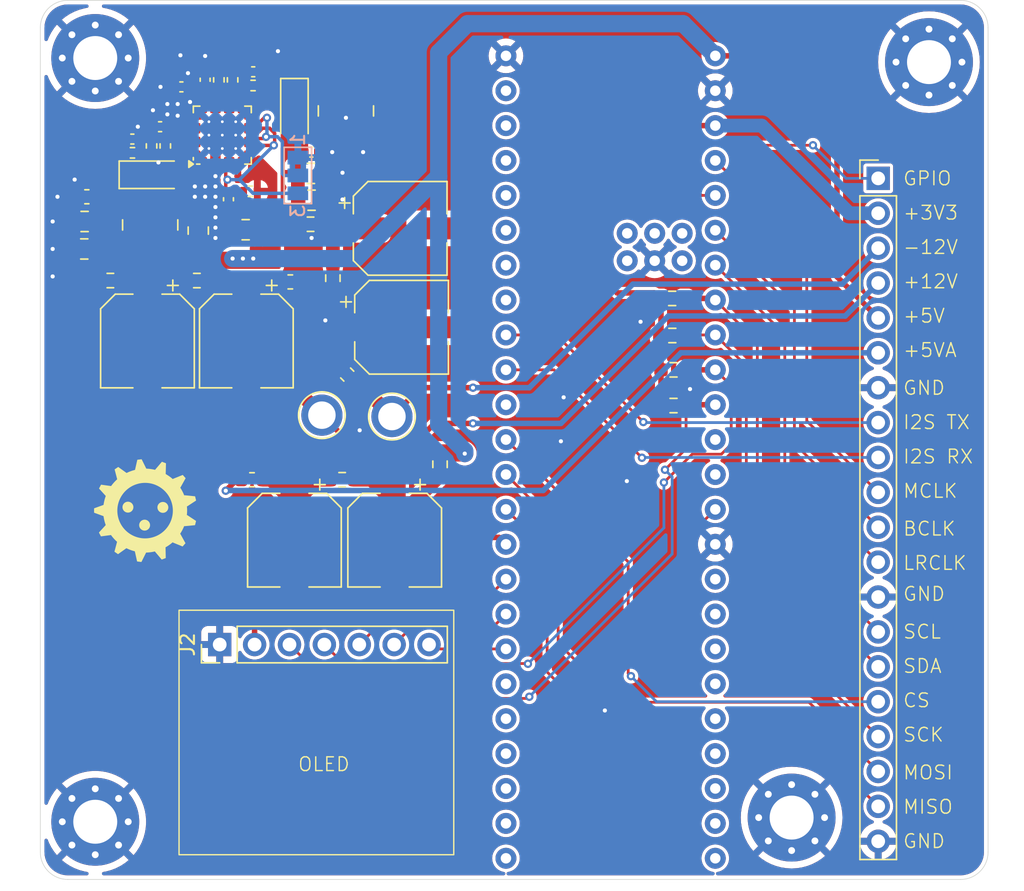
<source format=kicad_pcb>
(kicad_pcb (version 20240108) (generator "pcbnew") (generator_version "8.0")
  (layers (0 "F.Cu" signal) (1 "In1.Cu" signal) (2 "In2.Cu" signal) (31 "B.Cu" signal) (34 "B.Paste" user) (35 "F.Paste" user) (36 "B.SilkS" user "B.Silkscreen") (37 "F.SilkS" user "F.Silkscreen") (38 "B.Mask" user) (39 "F.Mask" user) (44 "Edge.Cuts" user))
  (net 0 "")
  (net 1 "+5V")
  (net 2 "GND")
  (net 3 "+12V")
  (net 4 "/FBP")
  (net 5 "/VREF")
  (net 6 "/REG_VIN")
  (net 7 "-12V")
  (net 8 "/FBN")
  (net 9 "Net-(U1-CP)")
  (net 10 "Net-(U1-CN)")
  (net 11 "/INP")
  (net 12 "/OUTN")
  (net 13 "/SCL")
  (net 14 "+3V3")
  (net 15 "/SDA")
  (net 16 "/SCL1")
  (net 17 "/SDA1")
  (net 23 "/I2S1_BCLK")
  (net 24 "/I2S1_TX1")
  (net 25 "/I2S2_RX")
  (net 26 "/I2S1_RX2")
  (net 29 "/CS")
  (net 30 "/MISO")
  (net 35 "/MOSI")
  (net 36 "/I2S1_MCLK")
  (net 45 "/I2S1_TX2")
  (net 50 "/SCK")
  (net 51 "/I2S1_RX1")
  (net 59 "/I2S1_LRCLK")
  (net 60 "Net-(JP1-C)")
  (net 61 "Net-(C2-Pad1)")
  (net 62 "Net-(C8-Pad1)")
  (net 63 "Net-(D1-K)")
  (net 64 "Net-(C23-Pad1)")
  (net 65 "Net-(C24-Pad1)")
  (net 66 "/VNEG")
  (net 67 "Net-(C20-Pad1)")
  (net 68 "Net-(C22-Pad1)")
  (net 69 "Net-(C15-Pad1)")
  (net 70 "Net-(C16-Pad1)")
  (net 71 "+5VA")
  (net 72 "/GPIO")
  (net 73 "/OLED_CS")
  (net 74 "/RESET")
  (net 75 "/DC")
  (footprint "MountingHole:MountingHole_3.2mm_M3_Pad_Via" (layer "F.Cu") (at 86 69.4)
    (property "Reference" "H1" (hide yes))
    (property "Value" "MountingHole_Pad")
  )
  (footprint "Capacitor_SMD:CP_Elec_6.3x7.7" (layer "F.Cu") (at 97 90 -90)
    (property "Reference" "C24" (hide yes))
    (property "Value" "120uF")
  )
  (footprint "Capacitor_SMD:C_0402_1005Metric" (layer "F.Cu") (at 92.27 71.5 180)
    (property "Reference" "C12" (hide yes))
    (property "Value" "4.7nF")
  )
  (footprint "Package_DFN_QFN:VQFN-24-1EP_4x4mm_P0.5mm_EP2.45x2.45mm_ThermalVias" (layer "F.Cu") (at 95.25 75.0125 90)
    (property "Reference" "U1" (hide yes))
    (property "Value" "TPS65130RGE")
  )
  (footprint "Capacitor_SMD:C_0402_1005Metric" (layer "F.Cu") (at 88.7 75.3)
    (property "Reference" "C2" (hide yes))
    (property "Value" "22pF")
  )
  (footprint "Capacitor_SMD:C_0402_1005Metric" (layer "F.Cu") (at 90.72 74.4 180)
    (property "Reference" "C11" (hide yes))
    (property "Value" "10nF")
  )
  (footprint "Resistor_SMD:R_0603_1608Metric" (layer "F.Cu") (at 93.4 85.6)
    (property "Reference" "R13" (hide yes))
    (property "Value" "3.4")
  )
  (footprint "Capacitor_SMD:CP_Elec_6.3x7.7" (layer "F.Cu") (at 108.3 89)
    (property "Reference" "C22" (hide yes))
    (property "Value" "120uF")
  )
  (footprint "Resistor_SMD:R_0402_1005Metric" (layer "F.Cu") (at 95 70.99 90)
    (property "Reference" "R3" (hide yes))
    (property "Value" "100k")
  )
  (footprint "Connector_PinHeader_2.54mm:PinHeader_1x07_P2.54mm_Vertical" (layer "F.Cu") (at 95.06 112.1 90)
    (property "Reference" "J2")
    (property "Value" "OLED")
  )
  (footprint "Resistor_SMD:R_0603_1608Metric_Pad0.98x0.95mm_HandSolder" (layer "F.Cu") (at 128.1 94.7)
    (property "Reference" "R8" (hide yes))
    (property "Value" "1k")
  )
  (footprint "Capacitor_SMD:C_0402_1005Metric" (layer "F.Cu") (at 101.73 76.25)
    (property "Reference" "C10" (hide yes))
    (property "Value" "0.1uF")
  )
  (footprint "Capacitor_SMD:C_0402_1005Metric" (layer "F.Cu") (at 97.5 70.4 180)
    (property "Reference" "C8" (hide yes))
    (property "Value" "7.5pF")
  )
  (footprint "Capacitor_SMD:CP_Elec_6.3x7.7" (layer "F.Cu") (at 107.8 104.5 -90)
    (property "Reference" "C15" (hide yes))
    (property "Value" "120uF")
  )
  (footprint "Capacitor_SMD:C_0805_2012Metric" (layer "F.Cu") (at 101.7 77.8)
    (property "Reference" "C9" (hide yes))
    (property "Value" "4.7uF")
  )
  (footprint "Capacitor_SMD:C_0805_2012Metric_Pad1.18x1.45mm_HandSolder" (layer "F.Cu") (at 85.224999 81.3 180)
    (property "Reference" "C4" (hide yes))
    (property "Value" "4.7uF")
  )
  (footprint "TestPoint:TestPoint_Plated_Hole_D2.0mm" (layer "F.Cu") (at 102.5 95.4)
    (property "Reference" "TP1" (hide yes))
    (property "Value" "+12V")
  )
  (footprint "Capacitor_SMD:C_0402_1005Metric" (layer "F.Cu") (at 94 70.98 90)
    (property "Reference" "C5" (hide yes))
    (property "Value" "220nF")
  )
  (footprint "Resistor_SMD:R_0603_1608Metric" (layer "F.Cu") (at 103.3 85.425 -90)
    (property "Reference" "R15" (hide yes))
    (property "Value" "3.4")
  )
  (footprint "Resistor_SMD:R_0402_1005Metric" (layer "F.Cu") (at 96 70.99 90)
    (property "Reference" "R5" (hide yes))
    (property "Value" "1M")
  )
  (footprint "Resistor_SMD:R_0402_1005Metric" (layer "F.Cu") (at 97.290001 79.1 180)
    (property "Reference" "R4" (hide yes))
    (property "Value" "100")
  )
  (footprint "Capacitor_SMD:C_0805_2012Metric" (layer "F.Cu") (at 101.75 79.75)
    (property "Reference" "C21" (hide yes))
    (property "Value" "4.7uF")
  )
  (footprint "Resistor_SMD:R_0603_1608Metric" (layer "F.Cu") (at 101.675 81.5)
    (property "Reference" "R14" (hide yes))
    (property "Value" "3.4")
  )
  (footprint "Diode_SMD:D_SOD-123" (layer "F.Cu") (at 90.1 77.9)
    (property "Reference" "D1" (hide yes))
    (property "Value" "B5819W SL")
  )
  (footprint "Resistor_SMD:R_0402_1005Metric" (layer "F.Cu") (at 88.709999 76.3 180)
    (property "Reference" "R11" (hide yes))
    (property "Value" "10k")
  )
  (footprint "Resistor_SMD:R_0603_1608Metric" (layer "F.Cu") (at 103.975 100.1 180)
    (property "Reference" "R17" (hide yes))
    (property "Value" "3.4")
  )
  (footprint "Capacitor_SMD:CP_Elec_6.3x7.7" (layer "F.Cu") (at 89.8 90 -90)
    (property "Reference" "C23" (hide yes))
    (property "Value" "120uF")
  )
  (footprint "Resistor_SMD:R_0603_1608Metric" (layer "F.Cu") (at 87.1 85.6)
    (property "Reference" "R12" (hide yes))
    (property "Value" "3.4")
  )
  (footprint "Inductor_SMD:L_0603_1608Metric" (layer "F.Cu") (at 97.412499 100.1 180)
    (property "Reference" "L5" (hide yes))
    (property "Value" "600@100Mhz")
  )
  (footprint "Capacitor_SMD:CP_Elec_6.3x7.7" (layer "F.Cu") (at 100.5 104.5 -90)
    (property "Reference" "C16" (hide yes))
    (property "Value" "120uF")
  )
  (footprint "Capacitor_SMD:CP_Elec_6.3x7.7" (layer "F.Cu") (at 108.2 81.8)
    (property "Reference" "C20" (hide yes))
    (property "Value" "120uF")
  )
  (footprint "Inductor_SMD:L_0603_1608Metric" (layer "F.Cu") (at 104.343153 92.443153 -45)
    (property "Reference" "L4" (hide yes))
    (property "Value" "600@100Mhz")
  )
  (footprint "Resistor_SMD:R_0603_1608Metric_Pad0.98x0.95mm_HandSolder" (layer "F.Cu") (at 128.0125 89.6)
    (property "Reference" "R7" (hide yes))
    (property "Value" "1k")
  )
  (footprint "Library:Teensy41" (layer "F.Cu") (at 123.52 76.86)
    (property "Reference" "U2" (hide yes))
    (property "Value" "~")
  )
  (footprint "MountingHole:MountingHole_3.2mm_M3_Pad_Via" (layer "F.Cu") (at 86 125)
    (property "Reference" "H2" (hide yes))
    (property "Value" "MountingHole_Pad")
  )
  (footprint "MountingHole:MountingHole_3.2mm_M3_Pad_Via" (layer "F.Cu") (at 136.697056 124.697056)
    (property "Reference" "H3" (hide yes))
    (property "Value" "MountingHole_Pad")
  )
  (footprint "Resistor_SMD:R_0402_1005Metric" (layer "F.Cu") (at 90.1 75.8 -90)
    (property "Reference" "R1" (hide yes))
    (property "Value" "240k")
  )
  (footprint "Resistor_SMD:R_0402_1005Metric" (layer "F.Cu") (at 91.1 75.8 90)
    (property "Reference" "R2" (hide yes))
    (property "Value" "27k")
  )
  (footprint "Inductor_SMD:L_Wuerth_WE-TPC-3816" (layer "F.Cu") (at 104.25 73.25 180)
    (property "Reference" "L2" (hide yes))
    (property "Value" "4.7uH")
  )
  (footprint "Resistor_SMD:R_0603_1608Metric" (layer "F.Cu") (at 111.1 98.975 -90)
    (property "Reference" "R16" (hide yes))
    (property "Value" "3.4")
  )
  (footprint "Resistor_SMD:R_0402_1005Metric" (layer "F.Cu") (at 97.49 71.4 180)
    (property "Reference" "R10" (hide yes))
    (property "Value" "10k")
  )
  (footprint "TestPoint:TestPoint_Plated_Hole_D2.0mm" (layer "F.Cu") (at 107.6 95.5)
    (property "Reference" "TP2" (hide yes))
    (property "Value" "-12V")
  )
  (footprint "Capacitor_SMD:C_0805_2012Metric" (layer "F.Cu") (at 96.950001 81.9 180)
    (property "Reference" "C6" (hide yes))
    (property "Value" "10uF")
  )
  (footprint "Capacitor_SMD:C_0603_1608Metric_Pad1.08x0.95mm_HandSolder" (layer "F.Cu") (at 85.387499 79.5 180)
    (property "Reference" "C3" (hide yes))
    (property "Value" "0.1uF")
  )
  (footprint "Resistor_SMD:R_0603_1608Metric_Pad0.98x0.95mm_HandSolder" (layer "F.Cu") (at 128 86.9)
    (property "Reference" "R6" (hide yes))
    (property "Value" "1k")
  )
  (footprint "Inductor_SMD:L_Wuerth_WE-TPC-3816" (layer "F.Cu") (at 90 81.55)
    (property "Reference" "L1" (hide yes))
    (property "Value" "4.7uH")
  )
  (footprint "Inductor_SMD:L_0603_1608Metric" (layer "F.Cu") (at 100.2 85.7)
    (property "Reference" "L3" (hide yes))
    (property "Value" "600@100Mhz")
  )
  (footprint "Connector_PinHeader_2.54mm:PinHeader_1x20_P2.54mm_Vertical" (layer "F.Cu") (at 143 78.16)
    (property "Reference" "J1" (hide yes))
    (property "Value" "Conn_01x20")
  )
  (footprint "MountingHole:MountingHole_3.2mm_M3_Pad_Via" (layer "F.Cu") (at 146.697056 69.697056)
    (property "Reference" "H4" (hide yes))
    (property "Value" "MountingHole_Pad")
  )
  (footprint "Capacitor_SMD:C_0402_1005Metric" (layer "F.Cu") (at 95.7 79.68 -90)
    (property "Reference" "C7" (hide yes))
    (property "Value" "0.1uF")
  )
  (footprint "Capacitor_SMD:C_0805_2012Metric_Pad1.18x1.45mm_HandSolder" (layer "F.Cu") (at 93.5 81.9625 90)
    (property "Reference" "C1" (hide yes))
    (property "Value" "10uF")
  )
  (footprint "Diode_SMD:D_SOD-123" (layer "F.Cu") (at 100.5 73.25 -90)
    (property "Reference" "D2" (hide yes))
    (property "Value" "B5819W SL")
  )
  (footprint "Capacitor_SMD:C_0805_2012Metric_Pad1.18x1.45mm_HandSolder" (layer "F.Cu") (at 85.2 83.3 180)
    (property "Reference" "C19" (hide yes))
    (property "Value" "4.7uF")
  )
  (footprint "Resistor_SMD:R_0603_1608Metric_Pad0.98x0.95mm_HandSolder" (layer "F.Cu") (at 128.1 92.1)
    (property "Reference" "R9" (hide yes))
    (property "Value" "1k")
  )
  (footprint "Jumper:SolderJumper-3_P1.3mm_Bridged2Bar12_Pad1.0x1.5mm_NumberLabels" (layer "B.Cu") (at 100.75 77.95 -90)
    (property "Reference" "JP1" (hide yes))
    (property "Value" "Powersave")
  )
  (gr_poly (pts (xy 89.715802 99.293294) (xy 89.796633 99.296824) (xy 89.877302 99.302487) (xy 89.957766 99.310279) (xy 90.037982 99.320192) (xy 90.117909 99.332221) (xy 90.197503 99.346359) (xy 90.276724 99.362601) (xy 90.355527 99.380941) (xy 90.357526 99.373281) (xy 90.852887 98.790456) (xy 91.149259 98.903615) (xy 91.130109 99.668325) (xy 91.122098 99.683004) (xy 91.19175 99.723242) (xy 91.260285 99.765273) (xy 91.327671 99.809075) (xy 91.393872 99.854623) (xy 91.458855 99.901896) (xy 91.522584 99.950869) (xy 91.585026 100.001519) (xy 91.646146 100.053823) (xy 91.661038 100.03655) (xy 92.370496 99.750722) (xy 92.580304 99.988668) (xy 92.207974 100.65682) (xy 92.185178 100.672018) (xy 92.228203 100.739676) (xy 92.26942 100.808409) (xy 92.308811 100.878178) (xy 92.346355 100.948946) (xy 92.382032 101.020673) (xy 92.415824 101.093322) (xy 92.447711 101.166854) (xy 92.477674 101.241231) (xy 92.507077 101.229635) (xy 93.268033 101.306295) (xy 93.343274 101.6144) (xy 92.703092 102.033041) (xy 92.672315 102.036397) (xy 92.676098 102.075331) (xy 92.679382 102.114307) (xy 92.682165 102.153322) (xy 92.684447 102.192369) (xy 92.68623 102.231443) (xy 92.687513 102.270539) (xy 92.688297 102.309652) (xy 92.688581 102.348775) (xy 92.687857 102.389749) (xy 92.686588 102.430702) (xy 92.684775 102.471629) (xy 92.682416 102.512525) (xy 92.679511 102.553384) (xy 92.676058 102.5942) (xy 92.672057 102.634967) (xy 92.667508 102.67568) (xy 92.701627 102.679495) (xy 93.339856 103.101003) (xy 93.263288 103.408773) (xy 92.50192 103.482015) (xy 92.474484 103.47106) (xy 92.443935 103.545231) (xy 92.411465 103.618537) (xy 92.377095 103.690941) (xy 92.340844 103.762407) (xy 92.302732 103.832899) (xy 92.262779 103.90238) (xy 92.221004 103.970815) (xy 92.177426 104.038168) (xy 92.20033 104.053488) (xy 92.569669 104.723318) (xy 92.358747 104.960287) (xy 91.650601 104.671194) (xy 91.636395 104.654623) (xy 91.575081 104.706764) (xy 91.512445 104.757245) (xy 91.448524 104.806044) (xy 91.383351 104.853136) (xy 91.316963 104.898498) (xy 91.249394 104.942108) (xy 91.180678 104.983942) (xy 91.110852 105.023977) (xy 91.117948 105.03713) (xy 91.133649 105.80184) (xy 90.836743 105.913656) (xy 90.344022 105.328634) (xy 90.342023 105.319723) (xy 90.263192 105.337591) (xy 90.183959 105.353358) (xy 90.104364 105.367021) (xy 90.024451 105.378576) (xy 89.944261 105.38802) (xy 89.863837 105.395348) (xy 89.783219 105.400558) (xy 89.702451 105.403646) (xy 89.702451 105.404989) (xy 89.360929 106.089437) (xy 89.046155 106.050497) (xy 88.881619 105.311331) (xy 88.802335 105.290337) (xy 88.723686 105.267239) (xy 88.645711 105.242051) (xy 88.568454 105.214788) (xy 88.491954 105.185465) (xy 88.416252 105.154097) (xy 88.34139 105.1207) (xy 88.267407 105.085287) (xy 87.65759 105.520315) (xy 87.396924 105.339468) (xy 87.588223 104.620535) (xy 87.527094 104.56425) (xy 87.467551 104.506357) (xy 87.409625 104.446892) (xy 87.353345 104.385889) (xy 87.298742 104.323382) (xy 87.245845 104.259406) (xy 87.194685 104.193997) (xy 87.145291 104.127187) (xy 86.413816 104.224813) (xy 86.267087 103.943533) (xy 86.762708 103.400961) (xy 86.734923 103.321984) (xy 86.709322 103.242325) (xy 86.685916 103.162029) (xy 86.664718 103.08114) (xy 86.645737 102.999704) (xy 86.628986 102.917764) (xy 86.614475 102.835366) (xy 86.602216 102.752554) (xy 85.914594 102.499685) (xy 85.914773 102.322352) (xy 87.607508 102.322352) (xy 87.608774 102.422681) (xy 87.615111 102.523569) (xy 87.626612 102.624863) (xy 87.64337 102.726409) (xy 87.665479 102.828054) (xy 87.692692 102.92845) (xy 87.724608 103.026292) (xy 87.761074 103.121489) (xy 87.801935 103.213946) (xy 87.847039 103.30357) (xy 87.896231 103.390269) (xy 87.949359 103.473948) (xy 88.00627 103.554516) (xy 88.066809 103.631877) (xy 88.130823 103.70594) (xy 88.198158 103.776611) (xy 88.268662 103.843796) (xy 88.342181 103.907403) (xy 88.418561 103.967338) (xy 88.497649 104.023507) (xy 88.579291 104.075819) (xy 88.663335 104.124179) (xy 88.749626 104.168493) (xy 88.838011 104.20867) (xy 88.928336 104.244616) (xy 89.020449 104.276237) (xy 89.114195 104.30344) (xy 89.209422 104.326131) (xy 89.305976 104.344219) (xy 89.403703 104.357609) (xy 89.502449 104.366208) (xy 89.602063 104.369923) (xy 89.702389 104.36866) (xy 89.803275 104.362327) (xy 89.904567 104.35083) (xy 90.006111 104.334076) (xy 90.107755 104.311971) (xy 90.208156 104.284758) (xy 90.306003 104.252841) (xy 90.401204 104.216375) (xy 90.493666 104.175513) (xy 90.583294 104.130407) (xy 90.669996 104.081213) (xy 90.753679 104.028083) (xy 90.834248 103.971171) (xy 90.911612 103.910629) (xy 90.985677 103.846613) (xy 91.056349 103.779275) (xy 91.123535 103.708768) (xy 91.187143 103.635246) (xy 91.247078 103.558863) (xy 91.303248 103.479772) (xy 91.355559 103.398126) (xy 91.403919 103.31408) (xy 91.448233 103.227786) (xy 91.488409 103.139397) (xy 91.524353 103.049068) (xy 91.555972 102.956952) (xy 91.583173 102.863203) (xy 91.605862 102.767973) (xy 91.623947 102.671416) (xy 91.637335 102.573687) (xy 91.645931 102.474937) (xy 91.649642 102.375321) (xy 91.648376 102.274992) (xy 91.64204 102.174104) (xy 91.630539 102.07281) (xy 91.613781 101.971264) (xy 91.591672 101.869619) (xy 91.56848 101.782933) (xy 91.541714 101.698017) (xy 91.511468 101.614943) (xy 91.477839 101.533782) (xy 91.440921 101.454607) (xy 91.40081 101.37749) (xy 91.357601 101.302501) (xy 91.311389 101.229713) (xy 91.262269 101.159198) (xy 91.210336 101.091026) (xy 91.098415 100.962004) (xy 90.976386 100.843221) (xy 90.845012 100.73525) (xy 90.705053 100.638666) (xy 90.557273 100.554043) (xy 90.402431 100.481955) (xy 90.322601 100.450792) (xy 90.241291 100.422977) (xy 90.158597 100.398583) (xy 90.074614 100.377682) (xy 89.989437 100.360346) (xy 89.903162 100.346645) (xy 89.815883 100.336653) (xy 89.727696 100.33044) (xy 89.638696 100.328079) (xy 89.548978 100.329641) (xy 89.498497 100.332271) (xy 89.448121 100.336156) (xy 89.397874 100.341293) (xy 89.347779 100.347681) (xy 89.297861 100.355317) (xy 89.248141 100.364201) (xy 89.198645 100.374329) (xy 89.149396 100.385702) (xy 89.048995 100.412915) (xy 88.951148 100.444832) (xy 88.855946 100.481298) (xy 88.763485 100.52216) (xy 88.673857 100.567266) (xy 88.587155 100.61646) (xy 88.503472 100.66959) (xy 88.422902 100.726502) (xy 88.345539 100.787044) (xy 88.271474 100.85106) (xy 88.200802 100.918398) (xy 88.133615 100.988905) (xy 88.070008 101.062427) (xy 88.010072 101.13881) (xy 87.953903 101.217901) (xy 87.901591 101.299547) (xy 87.853232 101.383593) (xy 87.808918 101.469888) (xy 87.768742 101.558276) (xy 87.732798 101.648605) (xy 87.701179 101.740721) (xy 87.673978 101.83447) (xy 87.651288 101.9297) (xy 87.633203 102.026257) (xy 87.619816 102.123986) (xy 87.61122 102.222736) (xy 87.607508 102.322352) (xy 85.914773 102.322352) (xy 85.914914 102.182455) (xy 86.603589 101.932668) (xy 86.615967 101.849755) (xy 86.630604 101.767259) (xy 86.64749 101.685227) (xy 86.666612 101.603704) (xy 86.687958 101.522736) (xy 86.711517 101.442369) (xy 86.737277 101.362648) (xy 86.765225 101.28362) (xy 86.273892 100.740102) (xy 86.421948 100.459524) (xy 87.153501 100.56075) (xy 87.203003 100.493958) (xy 87.254274 100.428576) (xy 87.307281 100.364635) (xy 87.361995 100.302171) (xy 87.418384 100.241216) (xy 87.476419 100.181804) (xy 87.536069 100.123967) (xy 87.597302 100.067739) (xy 87.410062 99.349264) (xy 87.671521 99.169637) (xy 88.280377 99.608602) (xy 88.354364 99.573393) (xy 88.429229 99.540193) (xy 88.50493 99.509019) (xy 88.581426 99.479887) (xy 88.658674 99.452811) (xy 88.736632 99.427808) (xy 88.815259 99.404894) (xy 88.894513 99.384084) (xy 89.062375 98.645772) (xy 89.377423 98.608236)) (stroke (width -0.000001)) (fill solid) (layer "F.SilkS"))
  (gr_rect (start 92.1 109.6) (end 112.1 127.4) (stroke (width 0.1)) (fill none) (layer "F.SilkS"))
  (gr_poly (pts (xy 90.94338 101.718036) (xy 90.963537 101.719568) (xy 90.983401 101.722092) (xy 91.002946 101.725582) (xy 91.022149 101.730013) (xy 91.040983 101.735361) (xy 91.059425 101.7416) (xy 91.077449 101.748706) (xy 91.09503 101.756653) (xy 91.112143 101.765417) (xy 91.128764 101.774973) (xy 91.144868 101.785296) (xy 91.160428 101.796361) (xy 91.175422 101.808142) (xy 91.189823 101.820616) (xy 91.203607 101.833757) (xy 91.216748 101.84754) (xy 91.229223 101.86194) (xy 91.241005 101.876933) (xy 91.25207 101.892493) (xy 91.262394 101.908596) (xy 91.27195 101.925216) (xy 91.280715 101.942329) (xy 91.288663 101.959909) (xy 91.295769 101.977933) (xy 91.302009 101.996374) (xy 91.307357 102.015208) (xy 91.311789 102.03441) (xy 91.315279 102.053956) (xy 91.317803 102.073819) (xy 91.319336 102.093975) (xy 91.319852 102.1144) (xy 91.319336 102.134825) (xy 91.317803 102.154982) (xy 91.315279 102.174845) (xy 91.311789 102.19439) (xy 91.307357 102.213593) (xy 91.302009 102.232427) (xy 91.295769 102.250868) (xy 91.288663 102.268891) (xy 91.280715 102.286472) (xy 91.27195 102.303585) (xy 91.262394 102.320205) (xy 91.25207 102.336308) (xy 91.241005 102.351868) (xy 91.229223 102.36686) (xy 91.216748 102.381261) (xy 91.203607 102.395044) (xy 91.189823 102.408185) (xy 91.175422 102.420658) (xy 91.160428 102.43244) (xy 91.144868 102.443505) (xy 91.128764 102.453827) (xy 91.112143 102.463383) (xy 91.09503 102.472147) (xy 91.077449 102.480095) (xy 91.059425 102.487201) (xy 91.040983 102.49344) (xy 91.022149 102.498788) (xy 91.002946 102.503219) (xy 90.983401 102.506709) (xy 90.963537 102.509233) (xy 90.94338 102.510765) (xy 90.922956 102.511281) (xy 90.902532 102.510765) (xy 90.882377 102.509233) (xy 90.862514 102.506709) (xy 90.84297 102.503219) (xy 90.823768 102.498788) (xy 90.804935 102.49344) (xy 90.786494 102.487201) (xy 90.768471 102.480095) (xy 90.750891 102.472147) (xy 90.733778 102.463383) (xy 90.717158 102.453827) (xy 90.701055 102.443505) (xy 90.685495 102.43244) (xy 90.670502 102.420658) (xy 90.656101 102.408185) (xy 90.642318 102.395044) (xy 90.629177 102.381261) (xy 90.616702 102.36686) (xy 90.60492 102.351868) (xy 90.593855 102.336308) (xy 90.583532 102.320205) (xy 90.573976 102.303585) (xy 90.565211 102.286472) (xy 90.557263 102.268891) (xy 90.550157 102.250868) (xy 90.543917 102.232427) (xy 90.538569 102.213593) (xy 90.534138 102.19439) (xy 90.530647 102.174845) (xy 90.528123 102.154982) (xy 90.526591 102.134825) (xy 90.526074 102.1144) (xy 90.526591 102.093975) (xy 90.528123 102.073819) (xy 90.530647 102.053956) (xy 90.534138 102.03441) (xy 90.538569 102.015208) (xy 90.543917 101.996374) (xy 90.550157 101.977933) (xy 90.557263 101.959909) (xy 90.565211 101.942329) (xy 90.573976 101.925216) (xy 90.583532 101.908596) (xy 90.593855 101.892493) (xy 90.60492 101.876933) (xy 90.616702 101.86194) (xy 90.629177 101.84754) (xy 90.642318 101.833757) (xy 90.656101 101.820616) (xy 90.670502 101.808142) (xy 90.685495 101.796361) (xy 90.701055 101.785296) (xy 90.717158 101.774973) (xy 90.733778 101.765417) (xy 90.750891 101.756653) (xy 90.768471 101.748706) (xy 90.786494 101.7416) (xy 90.804935 101.735361) (xy 90.823768 101.730013) (xy 90.84297 101.725582) (xy 90.862514 101.722092) (xy 90.882377 101.719568) (xy 90.902532 101.718036) (xy 90.922956 101.717519)) (stroke (width -0.000001)) (fill solid) (layer "F.SilkS"))
  (gr_poly (pts (xy 88.4 101.7) (xy 88.420156 101.701532) (xy 88.44002 101.704056) (xy 88.459565 101.707546) (xy 88.478767 101.711977) (xy 88.497601 101.717325) (xy 88.516042 101.723564) (xy 88.534066 101.73067) (xy 88.551646 101.738617) (xy 88.568759 101.747381) (xy 88.585379 101.756937) (xy 88.601482 101.76726) (xy 88.617042 101.778325) (xy 88.632035 101.790106) (xy 88.646435 101.80258) (xy 88.660218 101.815721) (xy 88.673359 101.829504) (xy 88.685833 101.843904) (xy 88.697615 101.858897) (xy 88.708679 101.874457) (xy 88.719002 101.89056) (xy 88.728558 101.90718) (xy 88.737322 101.924293) (xy 88.745269 101.941874) (xy 88.752375 101.959897) (xy 88.758614 101.978338) (xy 88.763962 101.997172) (xy 88.768393 102.016374) (xy 88.771883 102.03592) (xy 88.774407 102.055783) (xy 88.77594 102.07594) (xy 88.776456 102.096364) (xy 88.77594 102.116789) (xy 88.774407 102.136946) (xy 88.771883 102.156809) (xy 88.768393 102.176355) (xy 88.763962 102.195557) (xy 88.758614 102.214391) (xy 88.752375 102.232832) (xy 88.745269 102.250855) (xy 88.737322 102.268436) (xy 88.728558 102.285549) (xy 88.719002 102.302169) (xy 88.708679 102.318272) (xy 88.697615 102.333832) (xy 88.685833 102.348825) (xy 88.673359 102.363225) (xy 88.660218 102.377008) (xy 88.646435 102.390149) (xy 88.632035 102.402623) (xy 88.617042 102.414404) (xy 88.601482 102.425469) (xy 88.585379 102.435792) (xy 88.568759 102.445347) (xy 88.551646 102.454112) (xy 88.534066 102.462059) (xy 88.516042 102.469165) (xy 88.497601 102.475404) (xy 88.478767 102.480752) (xy 88.459565 102.485183) (xy 88.44002 102.488673) (xy 88.420156 102.491197) (xy 88.4 102.492729) (xy 88.379575 102.493246) (xy 88.35915 102.492729) (xy 88.338993 102.491197) (xy 88.31913 102.488673) (xy 88.299585 102.485183) (xy 88.280383 102.480752) (xy 88.261548 102.475404) (xy 88.243107 102.469165) (xy 88.225084 102.462059) (xy 88.207503 102.454112) (xy 88.19039 102.445347) (xy 88.17377 102.435792) (xy 88.157668 102.425469) (xy 88.142107 102.414404) (xy 88.127115 102.402623) (xy 88.112714 102.390149) (xy 88.098931 102.377008) (xy 88.08579 102.363225) (xy 88.073317 102.348825) (xy 88.061535 102.333832) (xy 88.05047 102.318272) (xy 88.040148 102.302169) (xy 88.030592 102.285549) (xy 88.021828 102.268436) (xy 88.01388 102.250855) (xy 88.006775 102.232832) (xy 88.000535 102.214391) (xy 87.995188 102.195557) (xy 87.990756 102.176355) (xy 87.987266 102.156809) (xy 87.984743 102.136946) (xy 87.98321 102.116789) (xy 87.982694 102.096364) (xy 87.98321 102.07594) (xy 87.984743 102.055783) (xy 87.987266 102.03592) (xy 87.990756 102.016374) (xy 87.995188 101.997172) (xy 88.000535 101.978338) (xy 88.006775 101.959897) (xy 88.01388 101.941874) (xy 88.021828 101.924293) (xy 88.030592 101.90718) (xy 88.040148 101.89056) (xy 88.05047 101.874457) (xy 88.061535 101.858897) (xy 88.073317 101.843904) (xy 88.08579 101.829504) (xy 88.098931 101.815721) (xy 88.112714 101.80258) (xy 88.127115 101.790106) (xy 88.142107 101.778325) (xy 88.157668 101.76726) (xy 88.17377 101.756937) (xy 88.19039 101.747381) (xy 88.207503 101.738617) (xy 88.225084 101.73067) (xy 88.243107 101.723564) (xy 88.261548 101.717325) (xy 88.280383 101.711977) (xy 88.299585 101.707546) (xy 88.31913 101.704056) (xy 88.338993 101.701532) (xy 88.35915 101.7) (xy 88.379575 101.699483)) (stroke (width -0.000001)) (fill solid) (layer "F.SilkS"))
  (gr_poly (pts (xy 89.614766 103.009937) (xy 89.634921 103.011469) (xy 89.654784 103.013993) (xy 89.674328 103.017483) (xy 89.693529 103.021914) (xy 89.712363 103.027262) (xy 89.730804 103.033501) (xy 89.748827 103.040607) (xy 89.766407 103.048554) (xy 89.78352 103.057318) (xy 89.80014 103.066874) (xy 89.816243 103.077197) (xy 89.831803 103.088262) (xy 89.846796 103.100043) (xy 89.861197 103.112517) (xy 89.87498 103.125658) (xy 89.888121 103.139441) (xy 89.900595 103.153841) (xy 89.912377 103.168834) (xy 89.923443 103.184394) (xy 89.933766 103.200497) (xy 89.943322 103.217117) (xy 89.952087 103.23423) (xy 89.960035 103.25181) (xy 89.967141 103.269834) (xy 89.97338 103.288275) (xy 89.978729 103.307109) (xy 89.98316 103.326311) (xy 89.98665 103.345856) (xy 89.989174 103.36572) (xy 89.990707 103.385876) (xy 89.991223 103.406301) (xy 89.990707 103.426726) (xy 89.989174 103.446883) (xy 89.98665 103.466746) (xy 89.98316 103.486291) (xy 89.978729 103.505493) (xy 89.97338 103.524328) (xy 89.967141 103.542769) (xy 89.960035 103.560792) (xy 89.952087 103.578373) (xy 89.943322 103.595486) (xy 89.933766 103.612106) (xy 89.923443 103.628208) (xy 89.912377 103.643769) (xy 89.900595 103.658761) (xy 89.888121 103.673162) (xy 89.87498 103.686945) (xy 89.861197 103.700086) (xy 89.846796 103.712559) (xy 89.831803 103.724341) (xy 89.816243 103.735406) (xy 89.80014 103.745728) (xy 89.78352 103.755284) (xy 89.766407 103.764048) (xy 89.748827 103.771996) (xy 89.730804 103.779102) (xy 89.712363 103.785341) (xy 89.693529 103.790688) (xy 89.674328 103.79512) (xy 89.654784 103.79861) (xy 89.634921 103.801133) (xy 89.614766 103.802666) (xy 89.594342 103.803182) (xy 89.573917 103.802666) (xy 89.553761 103.801133) (xy 89.533897 103.79861) (xy 89.514352 103.79512) (xy 89.495149 103.790688) (xy 89.476314 103.785341) (xy 89.457873 103.779102) (xy 89.439849 103.771996) (xy 89.422268 103.764048) (xy 89.405154 103.755284) (xy 89.388534 103.745728) (xy 89.37243 103.735406) (xy 89.356869 103.724341) (xy 89.341876 103.712559) (xy 89.327475 103.700086) (xy 89.313691 103.686945) (xy 89.30055 103.673162) (xy 89.288075 103.658761) (xy 89.276293 103.643769) (xy 89.265227 103.628208) (xy 89.254904 103.612106) (xy 89.245348 103.595486) (xy 89.236583 103.578373) (xy 89.228635 103.560792) (xy 89.221529 103.542769) (xy 89.215289 103.524328) (xy 89.209941 103.505493) (xy 89.205509 103.486291) (xy 89.202019 103.466746) (xy 89.199495 103.446883) (xy 89.197962 103.426726) (xy 89.197446 103.406301) (xy 89.197962 103.385876) (xy 89.199495 103.36572) (xy 89.202019 103.345856) (xy 89.205509 103.326311) (xy 89.209941 103.307109) (xy 89.215289 103.288275) (xy 89.221529 103.269834) (xy 89.228635 103.25181) (xy 89.236583 103.23423) (xy 89.245348 103.217117) (xy 89.254904 103.200497) (xy 89.265227 103.184394) (xy 89.276293 103.168834) (xy 89.288075 103.153841) (xy 89.30055 103.139441) (xy 89.313691 103.125658) (xy 89.327475 103.112517) (xy 89.341876 103.100043) (xy 89.356869 103.088262) (xy 89.37243 103.077197) (xy 89.388534 103.066874) (xy 89.405154 103.057318) (xy 89.422268 103.048554) (xy 89.439849 103.040607) (xy 89.457873 103.033501) (xy 89.476314 103.027262) (xy 89.495149 103.021914) (xy 89.514352 103.017483) (xy 89.533897 103.013993) (xy 89.553761 103.011469) (xy 89.573917 103.009937) (xy 89.594342 103.00942)) (stroke (width -0.000001)) (fill solid) (layer "F.SilkS"))
  (gr_line (start 149 129.2) (end 84 129.2) (stroke (width 0.05)) (layer "Edge.Cuts"))
  (gr_line (start 82 127.2) (end 82 67.2) (stroke (width 0.05)) (layer "Edge.Cuts"))
  (gr_line (start 151 67.2) (end 151 127.2) (stroke (width 0.05)) (layer "Edge.Cuts"))
  (gr_arc (start 82 67.2) (mid 82.585786 65.785786) (end 84 65.2) (stroke (width 0.05)) (layer "Edge.Cuts"))
  (gr_line (start 84 65.2) (end 149 65.2) (stroke (width 0.05)) (layer "Edge.Cuts"))
  (gr_arc (start 84 129.2) (mid 82.585786 128.614214) (end 82 127.2) (stroke (width 0.05)) (layer "Edge.Cuts"))
  (gr_arc (start 149 65.2) (mid 150.414214 65.785786) (end 151 67.2) (stroke (width 0.05)) (layer "Edge.Cuts"))
  (gr_arc (start 151 127.2) (mid 150.414214 128.614214) (end 149 129.2) (stroke (width 0.05)) (layer "Edge.Cuts"))
  (gr_text "MOSI" (at 144.75 122 0) (layer "F.SilkS") (effects (font (size 1 1) (thickness 0.1)) (justify left bottom)))
  (gr_text "GPIO" (at 144.75 78.75 0) (layer "F.SilkS") (effects (font (size 1 1) (thickness 0.1)) (justify left bottom)))
  (gr_text "SDA" (at 144.75 114.25 0) (layer "F.SilkS") (effects (font (size 1 1) (thickness 0.1)) (justify left bottom)))
  (gr_text "BCLK" (at 144.75 104.25 0) (layer "F.SilkS") (effects (font (size 1 1) (thickness 0.1)) (justify left bottom)))
  (gr_text "MCLK" (at 144.75 101.5 0) (layer "F.SilkS") (effects (font (size 1 1) (thickness 0.1)) (justify left bottom)))
  (gr_text "+5V" (at 144.75 88.75 0) (layer "F.SilkS") (effects (font (size 1 1) (thickness 0.1)) (justify left bottom)))
  (gr_text "-12V" (at 144.75 83.75 0) (layer "F.SilkS") (effects (font (size 1 1) (thickness 0.1)) (justify left bottom)))
  (gr_text "GND" (at 144.75 109 0) (layer "F.SilkS") (effects (font (size 1 1) (thickness 0.1)) (justify left bottom)))
  (gr_text "I2S RX" (at 144.75 99 0) (layer "F.SilkS") (effects (font (size 1 1) (thickness 0.1)) (justify left bottom)))
  (gr_text "GND" (at 144.75 94 0) (layer "F.SilkS") (effects (font (size 1 1) (thickness 0.1)) (justify left bottom)))
  (gr_text "CS" (at 144.75 116.75 0) (layer "F.SilkS") (effects (font (size 1 1) (thickness 0.1)) (justify left bottom)))
  (gr_text "+12V" (at 144.75 86.25 0) (layer "F.SilkS") (effects (font (size 1 1) (thickness 0.1)) (justify left bottom)))
  (gr_text "SCK" (at 144.75 119.25 0) (layer "F.SilkS") (effects (font (size 1 1) (thickness 0.1)) (justify left bottom)))
  (gr_text "OLED" (at 100.7 121.4 0) (layer "F.SilkS") (effects (font (size 1 1) (thickness 0.1)) (justify left bottom)))
  (gr_text "LRCLK" (at 144.75 106.75 0) (layer "F.SilkS") (effects (font (size 1 1) (thickness 0.1)) (justify left bottom)))
  (gr_text "+3V3" (at 144.75 81.25 0) (layer "F.SilkS") (effects (font (size 1 1) (thickness 0.1)) (justify left bottom)))
  (gr_text "I2S TX" (at 144.75 96.5 0) (layer "F.SilkS") (effects (font (size 1 1) (thickness 0.1)) (justify left bottom)))
  (gr_text "MISO" (at 144.75 124.5 0) (layer "F.SilkS") (effects (font (size 1 1) (thickness 0.1)) (justify left bottom)))
  (gr_text "GND" (at 144.75 127 0) (layer "F.SilkS") (effects (font (size 1 1) (thickness 0.1)) (justify left bottom)))
  (gr_text "SCL" (at 144.75 111.75 0) (layer "F.SilkS") (effects (font (size 1 1) (thickness 0.1)) (justify left bottom)))
  (gr_text "+5VA" (at 144.75 91.25 0) (layer "F.SilkS") (effects (font (size 1 1) (thickness 0.1)) (justify left bottom)))
  (segment (start 112.85 98.15) (end 111.1 98.15) (width 1.25) (layer "F.Cu") (net 1))
  (segment (start 140 75) (end 134.24 69.24) (width 0.4) (layer "F.Cu") (net 1))
  (segment (start 140 85.32) (end 140 75) (width 0.4) (layer "F.Cu") (net 1))
  (segment (start 143 88.32) (end 140 85.32) (width 0.4) (layer "F.Cu") (net 1))
  (segment (start 112.9 98.2) (end 112.85 98.15) (width 1.25) (layer "F.Cu") (net 1))
  (segment (start 134.24 69.24) (end 131.14 69.24) (width 0.4) (layer "F.Cu") (net 1))
  (via (at 96.75 84) (size 0.6) (drill 0.3) (layers "F.Cu" "B.Cu") (net 1))
  (via (at 96 84) (size 0.6) (drill 0.3) (layers "F.Cu" "B.Cu") (net 1))
  (via (at 112.9 98.2) (size 0.6) (drill 0.3) (layers "F.Cu" "B.Cu") (net 1))
  (via (at 97.5 84) (size 0.6) (drill 0.3) (layers "F.Cu" "B.Cu") (net 1))
  (segment (start 96 84) (end 105 84) (width 1.25) (layer "B.Cu") (net 1))
  (segment (start 112.9 98.2) (end 112.9 98) (width 1.25) (layer "B.Cu") (net 1))
  (segment (start 112.9 98) (end 111 96.1) (width 1.25) (layer "B.Cu") (net 1))
  (segment (start 128.8 66.9) (end 131.14 69.24) (width 1.25) (layer "B.Cu") (net 1))
  (segment (start 105 84) (end 111 78) (width 1.25) (layer "B.Cu") (net 1))
  (segment (start 113.1 66.9) (end 128.8 66.9) (width 1.25) (layer "B.Cu") (net 1))
  (segment (start 111 69) (end 113.1 66.9) (width 1.25) (layer "B.Cu") (net 1))
  (segment (start 111 96.1) (end 111 78) (width 1.25) (layer "B.Cu") (net 1))
  (segment (start 111 78) (end 111 69) (width 1.25) (layer "B.Cu") (net 1))
  (segment (start 94.75 80.25) (end 94.66 80.16) (width 0.25) (layer "F.Cu") (net 2))
  (segment (start 95.390001 80.16) (end 95.7 80.16) (width 0.25) (layer "F.Cu") (net 2))
  (segment (start 94.5 79.269999) (end 94.730001 79.5) (width 0.25) (layer "F.Cu") (net 2))
  (segment (start 95 79.769999) (end 95.390001 80.16) (width 0.25) (layer "F.Cu") (net 2))
  (segment (start 95 77) (end 95 75.2625) (width 0.25) (layer "F.Cu") (net 2))
  (segment (start 94.730001 79.5) (end 94.75 79.5) (width 0.25) (layer "F.Cu") (net 2))
  (segment (start 94 73.7625) (end 94.275 74.0375) (width 0.25) (layer "F.Cu") (net 2))
  (segment (start 94.66 80.16) (end 94.265 80.16) (width 0.25) (layer "F.Cu") (net 2))
  (segment (start 94.5 78.5) (end 94.75 78.75) (width 0.25) (layer "F.Cu") (net 2))
  (segment (start 94.5 76.2125) (end 94.275 75.9875) (width 0.25) (layer "F.Cu") (net 2))
  (segment (start 94.75 78.75) (end 94.5 79) (width 0.25) (layer "F.Cu") (net 2))
  (segment (start 94.75 78) (end 95 78.25) (width 0.25) (layer "F.Cu") (net 2))
  (segment (start 95 77.75) (end 94.75 78) (width 0.25) (layer "F.Cu") (net 2))
  (segment (start 94.5 79) (end 94.5 79.269999) (width 0.25) (layer "F.Cu") (net 2))
  (segment (start 95 75.2625) (end 95.25 75.0125) (width 0.25) (layer "F.Cu") (net 2))
  (segment (start 92.9 72.6) (end 92.9 73.4) (width 0.25) (layer "F.Cu") (net 2))
  (segment (start 93.2625 73.7625) (end 94 73.7625) (width 0.25) (layer "F.Cu") (net 2))
  (segment (start 95.7 80.16) (end 94.84 80.16) (width 0.25) (layer "F.Cu") (net 2))
  (segment (start 92.9 73.4) (end 93.2625 73.7625) (width 0.25) (layer "F.Cu") (net 2))
  (segment (start 91.1 76.31) (end 91.1 76.5) (width 0.25) (layer "F.Cu") (net 2))
  (segment (start 94.75 79.5) (end 94.75 79.519999) (width 0.25) (layer "F.Cu") (net 2))
  (segment (start 94.265 80.16) (end 93.5 80.925) (width 0.25) (layer "F.Cu") (net 2))
  (segment (start 95 78.25) (end 95 79.769999) (width 0.25) (layer "F.Cu") (net 2))
  (segment (start 91.1 76.5) (end 90.6 77) (width 0.25) (layer "F.Cu") (net 2))
  (segment (start 95 77) (end 95 77.75) (width 0.25) (layer "F.Cu") (net 2))
  (segment (start 94.84 80.16) (end 94.75 80.25) (width 0.25) (layer "F.Cu") (net 2))
  (segment (start 94.5 77) (end 94.5 78.5) (width 0.25) (layer "F.Cu") (net 2))
  (segment (start 94.5 77) (end 94.5 76.2125) (width 0.25) (layer "F.Cu") (net 2))
  (segment (start 94.75 79.519999) (end 95.390001 80.16) (width 0.25) (layer "F.Cu") (net 2))
  (via (at 94.75 78) (size 0.6) (drill 0.3) (layers "F.Cu" "B.Cu") (net 2))
  (via (at 94.75 82.5) (size 0.6) (drill 0.3) (layers "F.Cu" "B.Cu") (net 2))
  (via (at 104 77.75) (size 0.6) (drill 0.3) (layers "F.Cu" "B.Cu") (net 2))
  (via (at 93.25 78.75) (size 0.6) (drill 0.3) (layers "F.Cu" "B.Cu") (net 2))
  (via (at 90.6 77) (size 0.6) (drill 0.3) (layers "F.Cu" "B.Cu") (net 2))
  (via (at 125.7 88.6) (size 0.6) (drill 0.3) (layers "F.Cu" "B.Cu") (net 2))
  (via (at 94.75 81.75) (size 0.6) (drill 0.3) (layers "F.Cu" "B.Cu") (net 2))
  (via (at 94.75 80.25) (size 0.6) (drill 0.3) (layers "F.Cu" "B.Cu") (net 2))
  (via (at 99.3 68.9) (size 0.6) (drill 0.3) (layers "F.Cu" "B.Cu") (net 2))
  (via (at 104 79.7) (size 0.6) (drill 0.3) (layers "F.Cu" "B.Cu") (net 2))
  (via (at 103.25 76.25) (size 0.6) (drill 0.3) (layers "F.Cu" "B.Cu") (net 2))
  (via (at 82.9 83.3) (size 0.6) (drill 0.3) (layers "F.Cu" "B.Cu") (net 2))
  (via (at 102.75 88.5) (size 0.6) (drill 0.3) (layers "F.Cu" "B.Cu") (net 2))
  (via (at 94 79.5) (size 0.6) (drill 0.3) (layers "F.Cu" "B.Cu") (net 2))
  (via (at 83.25 79.5) (size 0.6) (drill 0.3) (layers "F.Cu" "B.Cu") (net 2))
  (via (at 124.7 100.2) (size 0.6) (drill 0.3) (layers "F.Cu" "B.Cu") (net 2))
  (via (at 92 73.6) (size 0.6) (drill 0.3) (layers "F.Cu" "B.Cu") (net 2))
  (via (at 94.75 79.5) (size 0.6) (drill 0.3) (layers "F.Cu" "B.Cu") (net 2))
  (via (at 94.75 78.75) (size 0.6) (drill 0.3) (layers "F.Cu" "B.Cu") (net 2))
  (via (at 93.25 79.5) (size 0.6) (drill 0.3) (layers "F.Cu" "B.Cu") (net 2))
  (via (at 105.25 96.5) (size 0.6) (drill 0.3) (layers "F.Cu" "B.Cu") (net 2))
  (via (at 129.3 93.5) (size 0.6) (drill 0.3) (layers "F.Cu" "B.Cu") (net 2))
  (via (at 105.5 76.25) (size 0.6) (drill 0.3) (layers "F.Cu" "B.Cu") (net 2))
  (via (at 123.1 116.9) (size 0.6) (drill 0.3) (layers "F.Cu" "B.Cu") (net 2))
  (via (at 91.25 72.75) (size 0.6) (drill 0.3) (layers "F.Cu" "B.Cu") (net 2))
  (via (at 90.75 71.5) (size 0.6) (drill 0.3) (layers "F.Cu" "B.Cu") (net 2))
  (via (at 101.75 82.5) (size 0.6) (drill 0.3) (layers "F.Cu" "B.Cu") (net 2))
  (via (at 92.9 72.6) (size 0.6) (drill 0.3) (layers "F.Cu" "B.Cu") (net 2))
  (via (at 91.25 73.5) (size 0.6) (drill 0.3) (layers "F.Cu" "B.Cu") (net 2))
  (via (at 92.75 70.5) (size 0.6) (drill 0.3) (layers "F.Cu" "B.Cu") (net 2))
  (via (at 94 69.25) (size 0.6) (drill 0.3) (layers "F.Cu" "B.Cu") (net 2))
  (via (at 84.5 78.25) (size 0.6) (drill 0.3) (layers "F.Cu" "B.Cu") (net 2))
  (via (at 104.25 73.75) (size 0.6) (drill 0.3) (layers "F.Cu" "B.Cu") (net 2))
  (via (at 120.1 94.1) (size 0.6) (drill 0.3) (layers "F.Cu" "B.Cu") (net 2))
  (via (at 82.9 81.3) (size 0.6) (drill 0.3) (layers "F.Cu" "B.Cu") (net 2))
  (via (at 94.75 81) (size 0.6) (drill 0.3) (layers "F.Cu" "B.Cu") (net 2))
  (via (at 89.1 74.4) (size 0.6) (drill 0.3) (layers "F.Cu" "B.Cu") (net 2))
  (via (at 94 78.75) (size 0.6) (drill 0.3) (layers "F.Cu" "B.Cu") (net 2))
  (via (at 90.2 73.2) (size 0.6) (drill 0.3) (layers "F.Cu" "B.Cu") (net 2))
  (via (at 82.9 85.3) (size 0.6) (drill 0.3) (layers "F.Cu" "B.Cu") (net 2))
  (via (at 92.2 69.2) (size 0.6) (drill 0.3) (layers "F.Cu" "B.Cu") (net 2))
  (via (at 92 72.75) (size 0.6) (drill 0.3) (layers "F.Cu" "B.Cu") (net 2))
  (via (at 119.9 97.3) (size 0.6) (drill 0.3) (layers "F.Cu" "B.Cu") (net 2))
  (segment (start 100.987501 85.7) (end 100.987501 93.887501) (width 1) (layer "F.Cu") (net 3))
  (segment (start 113.5 96) (end 110.7 96) (width 0.4) (layer "F.Cu") (net 3))
  (segment (start 110.7 96) (end 108.9 97.8) (width 0.4) (layer "F.Cu") (net 3))
  (segment (start 108.9 97.8) (end 104.9 97.8) (width 0.4) (layer "F.Cu") (net 3))
  (segment (start 104.9 97.8) (end 102.5 95.4) (width 0.4) (layer "F.Cu") (net 3))
  (segment (start 100.987501 93.887501) (end 102.5 95.4) (width 1) (layer "F.Cu") (net 3))
  (via (at 113.5 96) (size 0.6) (drill 0.3) (layers "F.Cu" "B.Cu") (net 3))
  (segment (start 140.598 88.182) (end 127.718 88.182) (width 0.4) (layer "B.Cu") (net 3))
  (segment (start 143 85.78) (end 140.598 88.182) (width 0.4) (layer "B.Cu") (net 3))
  (segment (start 127.5 88.4) (end 119.9 96) (width 0.4) (layer "B.Cu") (net 3))
  (segment (start 119.9 96) (end 113.5 96) (width 0.4) (layer "B.Cu") (net 3))
  (segment (start 127.718 88.182) (end 127.5 88.4) (width 0.4) (layer "B.Cu") (net 3))
  (segment (start 90.1 75.290001) (end 91.1 75.29) (width 0.25) (layer "F.Cu") (net 4))
  (segment (start 89.18 75.3) (end 90.090001 75.3) (width 0.25) (layer "F.Cu") (net 4))
  (segment (start 90.9325 75.2625) (end 90.9 75.23) (width 0.25) (layer "F.Cu") (net 4))
  (segment (start 90.090001 75.3) (end 90.1 75.290001) (width 0.25) (layer "F.Cu") (net 4))
  (segment (start 93.2625 75.2625) (end 90.9325 75.2625) (width 0.25) (layer "F.Cu") (net 4))
  (segment (start 94.5 71.97428) (end 94 71.47428) (width 0.25) (layer "F.Cu") (net 5))
  (segment (start 94 71.47428) (end 94 71.46) (width 0.25) (layer "F.Cu") (net 5))
  (segment (start 94.5 73.025) (end 94.5 71.97428) (width 0.25) (layer "F.Cu") (net 5))
  (segment (start 95 70.48) (end 94.02 71.46) (width 0.25) (layer "F.Cu") (net 5))
  (segment (start 94.02 71.46) (end 94 71.46) (width 0.25) (layer "F.Cu") (net 5))
  (segment (start 96.780002 79.1) (end 95.8 79.1) (width 0.25) (layer "F.Cu") (net 6))
  (segment (start 98.175429 74.5125) (end 98.693197 74.5125) (width 0.25) (layer "F.Cu") (net 6))
  (segment (start 98.693197 74.5125) (end 99.059313 74.878616) (width 0.25) (layer "F.Cu") (net 6))
  (segment (start 99.059313 74.878616) (end 99.059313 75.690687) (width 0.25) (layer "F.Cu") (net 6))
  (segment (start 98.9875 75.7625) (end 99 75.75) (width 0.25) (layer "F.Cu") (net 6))
  (segment (start 95.5 79) (end 95.5 77) (width 0.25) (layer "F.Cu") (net 6))
  (segment (start 97.2375 74.7625) (end 97.925429 74.7625) (width 0.25) (layer "F.Cu") (net 6))
  (segment (start 95.7 79.2) (end 95.5 79) (width 0.25) (layer "F.Cu") (net 6))
  (segment (start 97.925429 74.7625) (end 98.175429 74.5125) (width 0.25) (layer "F.Cu") (net 6))
  (segment (start 97.2375 75.7625) (end 98.9875 75.7625) (width 0.25) (layer "F.Cu") (net 6))
  (segment (start 99.059313 75.690687) (end 99 75.75) (width 0.25) (layer "F.Cu") (net 6))
  (segment (start 95.8 79.1) (end 95.7 79.2) (width 0.25) (layer "F.Cu") (net 6))
  (via (at 99 75.75) (size 0.6) (drill 0.3) (layers "F.Cu" "B.Cu") (net 6))
  (via (at 95.62499 78.253663) (size 0.6) (drill 0.3) (layers "F.Cu" "B.Cu") (net 6))
  (segment (start 99 75.75) (end 96.496337 78.253663) (width 0.25) (layer "B.Cu") (net 6))
  (segment (start 100.5 79.25) (end 97.492674 79.25) (width 0.25) (layer "B.Cu") (net 6))
  (segment (start 96.496337 78.253663) (end 95.62499 78.253663) (width 0.25) (layer "B.Cu") (net 6))
  (segment (start 97.492674 79.25) (end 96.496337 78.253663) (width 0.25) (layer "B.Cu") (net 6))
  (segment (start 113.5 93.4) (end 109.7 93.4) (width 0.4) (layer "F.Cu") (net 7))
  (segment (start 104.9 93) (end 105.1 93) (width 1) (layer "F.Cu") (net 7))
  (segment (start 105.1 93) (end 107.6 95.5) (width 1) (layer "F.Cu") (net 7))
  (segment (start 109.7 93.4) (end 107.6 95.5) (width 0.4) (layer "F.Cu") (net 7))
  (via (at 113.5 93.4) (size 0.6) (drill 0.3) (layers "F.Cu" "B.Cu") (net 7))
  (segment (start 143 83.24) (end 140.382 85.858) (width 0.4) (layer "B.Cu") (net 7))
  (segment (start 140.382 85.858) (end 125.142 85.858) (width 0.4) (layer "B.Cu") (net 7))
  (segment (start 117.6 93.4) (end 113.5 93.4) (width 0.4) (layer "B.Cu") (net 7))
  (segment (start 125.142 85.858) (end 123.1 87.9) (width 0.4) (layer "B.Cu") (net 7))
  (segment (start 123.1 87.9) (end 117.6 93.4) (width 0.4) (layer "B.Cu") (net 7))
  (segment (start 95 73.025) (end 95 71.5) (width 0.25) (layer "F.Cu") (net 8))
  (segment (start 95 71.5) (end 95 71.48) (width 0.25) (layer "F.Cu") (net 8))
  (segment (start 95 71.48) (end 96 70.48) (width 0.25) (layer "F.Cu") (net 8))
  (segment (start 96.04 70.52) (end 96 70.48) (width 0.25) (layer "F.Cu") (net 8))
  (segment (start 97 70.52) (end 96.04 70.52) (width 0.25) (layer "F.Cu") (net 8))
  (segment (start 91.5625 74.7625) (end 91.2 74.4) (width 0.25) (layer "F.Cu") (net 9))
  (segment (start 93.2625 74.7625) (end 91.5625 74.7625) (width 0.25) (layer "F.Cu") (net 9))
  (segment (start 94 73.025) (end 94 72.75) (width 0.25) (layer "F.Cu") (net 10))
  (segment (start 94 72.75) (end 92.75 71.5) (width 0.25) (layer "F.Cu") (net 10))
  (segment (start 134.2 102.38) (end 134.2 90.08) (width 0.2) (layer "F.Cu") (net 13))
  (segment (start 128.9125 86.9) (end 131.02 86.9) (width 0.4) (layer "F.Cu") (net 13))
  (segment (start 134.2 90.08) (end 131.14 87.02) (width 0.2) (layer "F.Cu") (net 13))
  (segment (start 143 111.18) (end 134.2 102.38) (width 0.2) (layer "F.Cu") (net 13))
  (segment (start 131.02 86.9) (end 131.14 87.02) (width 0.4) (layer "F.Cu") (net 13))
  (segment (start 127.1875 92.1) (end 127.1875 87) (width 0.4) (layer "F.Cu") (net 14))
  (segment (start 127.1875 94.7) (end 127.1875 92.1) (width 0.4) (layer "F.Cu") (net 14))
  (segment (start 99.3 104.3) (end 115.4 104.3) (width 0.4) (layer "F.Cu") (net 14))
  (segment (start 97.6 106) (end 99.3 104.3) (width 0.4) (layer "F.Cu") (net 14))
  (segment (start 122.5 85) (end 122.5 77.7) (width 0.4) (layer "F.Cu") (net 14))
  (segment (start 124 86.5) (end 122.5 85) (width 0.4) (layer "F.Cu") (net 14))
  (segment (start 122.5 77.7) (end 125.88 74.32) (width 0.4) (layer "F.Cu") (net 14))
  (segment (start 97.6 112.1) (end 97.6 106) (width 0.4) (layer "F.Cu") (net 14))
  (segment (start 126.6875 86.5) (end 124 86.5) (width 0.4) (layer "F.Cu") (net 14))
  (segment (start 125.88 74.32) (end 131.14 74.32) (width 0.4) (layer "F.Cu") (net 14))
  (segment (start 127.1875 87) (end 126.6875 86.5) (width 0.4) (layer "F.Cu") (net 14))
  (segment (start 115.4 104.3) (end 115.9 104.8) (width 0.4) (layer "F.Cu") (net 14))
  (segment (start 131.14 74.32) (end 134.52 74.32) (width 1) (layer "B.Cu") (net 14))
  (segment (start 134.52 74.32) (end 140.9 80.7) (width 1) (layer "B.Cu") (net 14))
  (segment (start 140.9 80.7) (end 143 80.7) (width 1) (layer "B.Cu") (net 14))
  (segment (start 143 113.72) (end 133.4 104.12) (width 0.2) (layer "F.Cu") (net 15))
  (segment (start 131.14 89.56) (end 128.965 89.56) (width 0.2) (layer "F.Cu") (net 15))
  (segment (start 133.4 91.82) (end 131.14 89.56) (width 0.2) (layer "F.Cu") (net 15))
  (segment (start 133.4 104.12) (end 133.4 91.82) (width 0.2) (layer "F.Cu") (net 15))
  (segment (start 128.965 89.56) (end 128.925 89.6) (width 0.2) (layer "F.Cu") (net 15))
  (segment (start 127.475735 99.375735) (end 129.0125 97.83897) (width 0.2) (layer "F.Cu") (net 16))
  (segment (start 129.0125 97.83897) (end 129.0125 94.7) (width 0.2) (layer "F.Cu") (net 16))
  (segment (start 129.0725 94.64) (end 129.0125 94.7) (width 0.4) (layer "F.Cu") (net 16))
  (segment (start 104.061999 116.022) (end 117.478 116.022) (width 0.2) (layer "F.Cu") (net 16))
  (segment (start 117.478 116.022) (end 117.6 115.9) (width 0.2) (layer "F.Cu") (net 16))
  (segment (start 131.14 94.64) (end 129.0725 94.64) (width 0.4) (layer "F.Cu") (net 16))
  (segment (start 100.139999 112.1) (end 104.061999 116.022) (width 0.2) (layer "F.Cu") (net 16))
  (via (at 117.6 115.9) (size 0.6) (drill 0.3) (layers "F.Cu" "B.Cu") (net 16))
  (via (at 127.475735 99.375735) (size 0.6) (drill 0.3) (layers "F.Cu" "B.Cu") (net 16))
  (segment (start 128 99.9) (end 127.475735 99.375735) (width 0.2) (layer "B.Cu") (net 16))
  (segment (start 128 105.5) (end 128 99.9) (width 0.2) (layer "B.Cu") (net 16))
  (segment (start 117.6 115.9) (end 128 105.5) (width 0.2) (layer "B.Cu") (net 16))
  (segment (start 102.68 112.1) (end 104.062 113.482) (width 0.2) (layer "F.Cu") (net 17))
  (segment (start 104.062 113.482) (end 117.482 113.482) (width 0.2) (layer "F.Cu") (net 17))
  (segment (start 127.4 100.3) (end 129.458 98.242) (width 0.2) (layer "F.Cu") (net 17))
  (segment (start 132.3 93.26) (end 131.14 92.1) (width 0.2) (layer "F.Cu") (net 17))
  (segment (start 132.3 97.521895) (end 132.3 93.26) (width 0.2) (layer "F.Cu") (net 17))
  (segment (start 131.14 92.1) (end 129.0125 92.1) (width 0.4) (layer "F.Cu") (net 17))
  (segment (start 117.482 113.482) (end 117.5 113.5) (width 0.2) (layer "F.Cu") (net 17))
  (segment (start 129.458 98.242) (end 131.579895 98.242) (width 0.2) (layer "F.Cu") (net 17))
  (segment (start 131.579895 98.242) (end 132.3 97.521895) (width 0.2) (layer "F.Cu") (net 17))
  (via (at 127.4 100.3) (size 0.6) (drill 0.3) (layers "F.Cu" "B.Cu") (net 17))
  (via (at 117.5 113.5) (size 0.6) (drill 0.3) (layers "F.Cu" "B.Cu") (net 17))
  (segment (start 127.4 103.6) (end 127.4 100.3) (width 0.2) (layer "B.Cu") (net 17))
  (segment (start 117.5 113.5) (end 127.4 103.6) (width 0.2) (layer "B.Cu") (net 17))
  (segment (start 136.9 87.7) (end 131.14 81.94) (width 0.2) (layer "F.Cu") (net 23))
  (segment (start 143 103.56) (end 136.9 97.46) (width 0.2) (layer "F.Cu") (net 23))
  (segment (start 136.9 97.46) (end 136.9 87.7) (width 0.2) (layer "F.Cu") (net 23))
  (segment (start 119.56 89.56) (end 115.9 89.56) (width 0.2) (layer "F.Cu") (net 24))
  (segment (start 125.9 95.9) (end 119.56 89.56) (width 0.2) (layer "F.Cu") (net 24))
  (via (at 125.9 95.9) (size 0.6) (drill 0.3) (layers "F.Cu" "B.Cu") (net 24))
  (segment (start 143 95.94) (end 125.94 95.94) (width 0.2) (layer "B.Cu") (net 24))
  (segment (start 125.94 95.94) (end 125.9 95.9) (width 0.2) (layer "B.Cu") (net 24))
  (segment (start 125 114.4) (end 124.8 114.2) (width 0.2) (layer "F.Cu") (net 29))
  (segment (start 124.8 106.08) (end 115.9 97.18) (width 0.2) (layer "F.Cu") (net 29))
  (segment (start 124.8 114.2) (end 124.8 106.08) (width 0.2) (layer "F.Cu") (net 29))
  (via (at 125 114.4) (size 0.6) (drill 0.3) (layers "F.Cu" "B.Cu") (net 29))
  (segment (start 126.86 116.26) (end 125 114.4) (width 0.2) (layer "B.Cu") (net 29))
  (segment (start 143 116.26) (end 126.86 116.26) (width 0.2) (layer "B.Cu") (net 29))
  (segment (start 118.9 105.26) (end 115.9 102.26) (width 0.2) (layer "F.Cu") (net 30))
  (segment (start 123.6 118.8) (end 118.9 114.1) (width 0.2) (layer "F.Cu") (net 30))
  (segment (start 143 123.88) (end 137.92 118.8) (width 0.2) (layer "F.Cu") (net 30))
  (segment (start 137.92 118.8) (end 123.6 118.8) (width 0.2) (layer "F.Cu") (net 30))
  (segment (start 118.9 114.1) (end 118.9 105.26) (width 0.2) (layer "F.Cu") (net 30))
  (segment (start 124 116.3) (end 119.7 112) (width 0.2) (layer "F.Cu") (net 35))
  (segment (start 119.7 112) (end 119.7 103.52) (width 0.2) (layer "F.Cu") (net 35))
  (segment (start 143 121.34) (end 137.96 116.3) (width 0.2) (layer "F.Cu") (net 35))
  (segment (start 137.96 116.3) (end 124 116.3) (width 0.2) (layer "F.Cu") (net 35))
  (segment (start 119.7 103.52) (end 115.9 99.72) (width 0.2) (layer "F.Cu") (net 35))
  (segment (start 137.8 95.82) (end 137.8 83.52) (width 0.2) (layer "F.Cu") (net 36))
  (segment (start 137.8 83.52) (end 131.14 76.86) (width 0.2) (layer "F.Cu") (net 36))
  (segment (start 143 101.02) (end 137.8 95.82) (width 0.2) (layer "F.Cu") (net 36))
  (segment (start 129.1 104.3) (end 131.14 102.26) (width 0.2) (layer "F.Cu") (net 50))
  (segment (start 129.1 112.758105) (end 129.1 104.3) (width 0.2) (layer "F.Cu") (net 50))
  (segment (start 130.041895 113.7) (end 129.1 112.758105) (width 0.2) (layer "F.Cu") (net 50))
  (segment (start 143 118.8) (end 137.9 113.7) (width 0.2) (layer "F.Cu") (net 50))
  (segment (start 137.9 113.7) (end 130.041895 113.7) (width 0.2) (layer "F.Cu") (net 50))
  (segment (start 125.8 98.5) (end 119.4 92.1) (width 0.2) (layer "F.Cu") (net 51))
  (segment (start 119.4 92.1) (end 115.9 92.1) (width 0.2) (layer "F.Cu") (net 51))
  (via (at 125.8 98.5) (size 0.6) (drill 0.3) (layers "F.Cu" "B.Cu") (net 51))
  (segment (start 143 98.48) (end 125.82 98.48) (width 0.2) (layer "B.Cu") (net 51))
  (segment (start 125.82 98.48) (end 125.8 98.5) (width 0.2) (layer "B.Cu") (net 51))
  (segment (start 136.2 99.3) (end 136.2 89.54) (width 0.2) (layer "F.Cu") (net 59))
  (segment (start 143 106.1) (end 136.2 99.3) (width 0.2) (layer "F.Cu") (net 59))
  (segment (start 136.2 89.54) (end 131.14 84.48) (width 0.2) (layer "F.Cu") (net 59))
  (segment (start 97.789033 74.2625) (end 98.301533 73.75) (width 0.25) (layer "F.Cu") (net 60))
  (segment (start 97.2375 75.2625) (end 98.309313 75.2625) (width 0.25) (layer "F.Cu") (net 60))
  (segment (start 98.309313 75.2625) (end 98.434313 75.1375) (width 0.25) (layer "F.Cu") (net 60))
  (segment (start 98.301533 73.75) (end 98.5 73.75) (width 0.25) (layer "F.Cu") (net 60))
  (segment (start 97.2375 74.2625) (end 97.789033 74.2625) (width 0.25) (layer "F.Cu") (net 60))
  (via (at 98.434313 75.1375) (size 0.6) (drill 0.3) (layers "F.Cu" "B.Cu") (net 60))
  (via (at 98.5 73.75) (size 0.6) (drill 0.3) (layers "F.Cu" "B.Cu") (net 60))
  (segment (start 98.5 75.071813) (end 98.434313 75.1375) (width 0.25) (layer "B.Cu") (net 60))
  (segment (start 99.625 77.825) (end 99.75 77.95) (width 0.25) (layer "B.Cu") (net 60))
  (segment (start 99.258884 75.125) (end 99.625 75.491116) (width 0.25) (layer "B.Cu") (net 60))
  (segment (start 98.5 73.75) (end 98.5 75.071813) (width 0.25) (layer "B.Cu") (net 60))
  (segment (start 99.75 77.95) (end 100.75 77.95) (width 0.25) (layer "B.Cu") (net 60))
  (segment (start 98.446813 75.125) (end 99.258884 75.125) (width 0.25) (layer "B.Cu") (net 60))
  (segment (start 98.434313 75.1375) (end 98.446813 75.125) (width 0.25) (layer "B.Cu") (net 60))
  (segment (start 99.625 75.491116) (end 99.625 77.825) (width 0.25) (layer "B.Cu") (net 60))
  (segment (start 88.2 75.32) (end 88.22 75.3) (width 0.25) (layer "F.Cu") (net 61))
  (segment (start 88.2 76.3) (end 88.2 75.32) (width 0.25) (layer "F.Cu") (net 61))
  (segment (start 97.98 70.4) (end 97.98 71.380001) (width 0.25) (layer "F.Cu") (net 62))
  (segment (start 97.98 71.380001) (end 97.999999 71.4) (width 0.25) (layer "F.Cu") (net 62))
  (segment (start 87.85 77.9) (end 88.45 77.9) (width 1) (layer "F.Cu") (net 63))
  (segment (start 86.2375 83.3) (end 86.2375 85.0125) (width 1) (layer "F.Cu") (net 63))
  (segment (start 89.229997 76.309999) (end 89.219998 76.3) (width 0.25) (layer "F.Cu") (net 63))
  (segment (start 86.262499 81.3) (end 86.262499 83.275001) (width 1) (layer "F.Cu") (net 63))
  (segment (start 93.2625 75.7625) (end 90.5875 75.7625) (width 0.2) (layer "F.Cu") (net 63))
  (segment (start 86.262499 81.3) (end 86.262499 79.512499) (width 1) (layer "F.Cu") (net 63))
  (segment (start 90.5875 75.7625) (end 88.45 77.9) (width 0.2) (layer "F.Cu") (net 63))
  (segment (start 86.25 79.5) (end 87.85 77.9) (width 1) (layer "F.Cu") (net 63))
  (segment (start 90.1 76.309999) (end 89.229997 76.309999) (width 0.25) (layer "F.Cu") (net 63))
  (segment (start 86.262499 83.275001) (end 86.2375 83.3) (width 1) (layer "F.Cu") (net 63))
  (segment (start 86.262499 79.512499) (end 86.25 79.5) (width 1) (layer "F.Cu") (net 63))
  (segment (start 87.925 85.6) (end 92.575 85.6) (width 1) (layer "F.Cu") (net 64))
  (segment (start 99.312499 85.6) (end 99.412499 85.7) (width 1) (layer "F.Cu") (net 65))
  (segment (start 94.225 85.6) (end 99.312499 85.6) (width 1) (layer "F.Cu") (net 65))
  (segment (start 97 71.48) (end 96.02 71.48) (width 0.25) (layer "F.Cu") (net 66))
  (segment (start 100.75 81.4) (end 100.85 81.5) (width 1) (layer "F.Cu") (net 66))
  (segment (start 96.02 71.48) (end 96 71.5) (width 0.25) (layer "F.Cu") (net 66))
  (segment (start 95.5 72) (end 96 71.5) (width 0.25) (layer "F.Cu") (net 66))
  (segment (start 100.5 74.9) (end 100.75 75.15) (width 1) (layer "F.Cu") (net 66))
  (segment (start 100.75 75.15) (end 100.75 81.4) (width 1) (layer "F.Cu") (net 66))
  (segment (start 95.5 73.025) (end 95.5 72) (width 0.25) (layer "F.Cu") (net 66))
  (segment (start 103.3 84.6) (end 103.3 81.6) (width 1) (layer "F.Cu") (net 67))
  (segment (start 103.2 81.5) (end 105.2 81.5) (width 1) (layer "F.Cu") (net 67))
  (segment (start 105.2 81.5) (end 105.5 81.8) (width 1) (layer "F.Cu") (net 67))
  (segment (start 102.5 81.5) (end 103.2 81.5) (width 1) (layer "F.Cu") (net 67))
  (segment (start 103.3 81.6) (end 103.2 81.5) (width 1) (layer "F.Cu") (net 67))
  (segment (start 103.3 86.7) (end 105.6 89) (width 1) (layer "F.Cu") (net 68))
  (segment (start 103.786306 91.886306) (end 103.786306 90.813694) (width 1) (layer "F.Cu") (net 68))
  (segment (start 103.786306 90.813694) (end 105.6 89) (width 1) (layer "F.Cu") (net 68))
  (segment (start 103.3 86.25) (end 103.3 86.7) (width 1) (layer "F.Cu") (net 68))
  (segment (start 106.1 100.1) (end 107.8 101.8) (width 1) (layer "F.Cu") (net 69))
  (segment (start 104.8 100.1) (end 106.1 100.1) (width 1) (layer "F.Cu") (net 69))
  (segment (start 109.1 101.8) (end 111.1 99.8) (width 1) (layer "F.Cu") (net 69))
  (segment (start 107.8 101.8) (end 109.1 101.8) (width 1) (layer "F.Cu") (net 69))
  (segment (start 98.2 100.1) (end 98.8 100.1) (width 1) (layer "F.Cu") (net 70))
  (segment (start 103.15 100.1) (end 102.2 100.1) (width 1) (layer "F.Cu") (net 70))
  (segment (start 98.8 100.1) (end 100.5 101.8) (width 1) (layer "F.Cu") (net 70))
  (segment (start 102.2 100.1) (end 100.5 101.8) (width 1) (layer "F.Cu") (net 70))
  (segment (start 96.624998 100.1) (end 96.3 100.1) (width 0.4) (layer "F.Cu") (net 71))
  (segment (start 96.3 100.1) (end 95.5 100.9) (width 0.4) (layer "F.Cu") (net 71))
  (via (at 95.5 100.9) (size 0.6) (drill 0.3) (layers "F.Cu" "B.Cu") (net 71))
  (segment (start 128.64 90.86) (end 118.618 100.882) (width 0.4) (layer "B.Cu") (net 71))
  (segment (start 95.518 100.882) (end 95.5 100.9) (width 0.4) (layer "B.Cu") (net 71))
  (segment (start 118.618 100.882) (end 95.518 100.882) (width 0.4) (layer "B.Cu") (net 71))
  (segment (start 143 90.86) (end 128.64 90.86) (width 0.4) (layer "B.Cu") (net 71))
  (segment (start 129.5 78.75) (end 130.15 79.4) (width 0.2) (layer "F.Cu") (net 72))
  (segment (start 138.25 75.75) (end 130.25 75.75) (width 0.2) (layer "F.Cu") (net 72))
  (segment (start 129.5 76.5) (end 129.5 78.75) (width 0.2) (layer "F.Cu") (net 72))
  (segment (start 130.25 75.75) (end 129.5 76.5) (width 0.2) (layer "F.Cu") (net 72))
  (segment (start 130.15 79.4) (end 131.14 79.4) (width 0.2) (layer "F.Cu") (net 72))
  (via (at 138.25 75.75) (size 0.6) (drill 0.3) (layers "F.Cu" "B.Cu") (net 72))
  (segment (start 143 78.16) (end 140.66 78.16) (width 0.2) (layer "B.Cu") (net 72))
  (segment (start 140.66 78.16) (end 138.25 75.75) (width 0.2) (layer "B.Cu") (net 72))
  (segment (start 110.62 112.42) (end 110.3 112.1) (width 0.2) (layer "F.Cu") (net 73))
  (segment (start 115.9 112.42) (end 110.62 112.42) (width 0.2) (layer "F.Cu") (net 73))
  (segment (start 115.9 107.34) (end 113.14 110.1) (width 0.2) (layer "F.Cu") (net 74))
  (segment (start 107.22 110.1) (end 105.22 112.1) (width 0.2) (layer "F.Cu") (net 74))
  (segment (start 113.14 110.1) (end 107.22 110.1) (width 0.2) (layer "F.Cu") (net 74))
  (segment (start 109.26 110.6) (end 107.76 112.1) (width 0.2) (layer "F.Cu") (net 75))
  (segment (start 115.9 109.88) (end 115.18 110.6) (width 0.2) (layer "F.Cu") (net 75))
  (segment (start 115.18 110.6) (end 109.26 110.6) (width 0.2) (layer "F.Cu") (net 75))
  (zone (net 1) (net_name "+5V") (layer "F.Cu") (priority 1) (connect_pads (clearance 0.24)) (min_thickness 0.25) (fill yes (thermal_gap 0.5) (thermal_bridge_width 0.5))
    (polygon (pts (xy 95.75 76.5) (xy 98 76.5) (xy 99.5 78) (xy 99.5 84.75) (xy 87.75 84.75) (xy 87.75 81.75) (xy 94.5 81.75) (xy 94.5 83.5) (xy 97.25 83.5) (xy 97.25 78.5) (xy 95.75 78.5)))
  )
  (zone (net 11) (net_name "/INP") (layer "F.Cu") (connect_pads (clearance 0.24)) (min_thickness 0.25) (fill yes (thermal_gap 0.5) (thermal_bridge_width 0.5))
    (polygon (pts (xy 91.75 76) (xy 89 79) (xy 87.5 79) (xy 87.5 81.5) (xy 92.5 81.5) (xy 92.5 78.75) (xy 94.25 77.5) (xy 94.25 76)))
  )
  (zone (net 12) (net_name "/OUTN") (layer "F.Cu") (priority 2) (connect_pads (clearance 0.24)) (min_thickness 0.25) (fill yes (thermal_gap 0.5) (thermal_bridge_width 0.5))
    (polygon (pts (xy 95.75 73.5) (xy 95.75 71.75) (xy 97.75 71.75) (xy 99.5 70.25) (xy 107 70.25) (xy 107 73.25) (xy 96.75 73.25) (xy 96.75 73.5)))
  )
  (zone (net 66) (net_name "/VNEG") (layer "F.Cu") (priority 3) (connect_pads (clearance 0.24)) (min_thickness 0.25) (fill yes (thermal_gap 0.5) (thermal_bridge_width 0.5))
    (polygon (pts (xy 99.5 73.25) (xy 99.5 79.75) (xy 101.75 79.75) (xy 101.75 73.25)))
  )
  (zone (net 2) (net_name "GND") (layers "F.Cu" "In1.Cu" "In2.Cu" "B.Cu") (connect_pads (clearance 0.24)) (min_thickness 0.25) (fill yes (thermal_gap 0.5) (thermal_bridge_width 0.5))
    (polygon (pts (xy 82 65.2) (xy 151 65.2) (xy 151 129.2) (xy 82 129.2)))
  )
)
</source>
